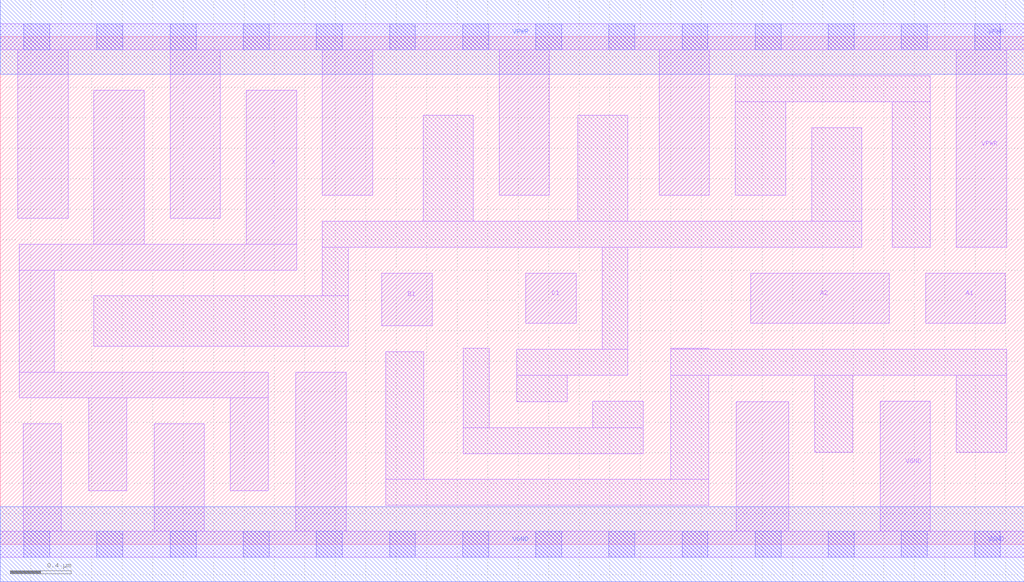
<source format=lef>
# Copyright 2020 The SkyWater PDK Authors
#
# Licensed under the Apache License, Version 2.0 (the "License");
# you may not use this file except in compliance with the License.
# You may obtain a copy of the License at
#
#     https://www.apache.org/licenses/LICENSE-2.0
#
# Unless required by applicable law or agreed to in writing, software
# distributed under the License is distributed on an "AS IS" BASIS,
# WITHOUT WARRANTIES OR CONDITIONS OF ANY KIND, either express or implied.
# See the License for the specific language governing permissions and
# limitations under the License.
#
# SPDX-License-Identifier: Apache-2.0

VERSION 5.7 ;
  NAMESCASESENSITIVE ON ;
  NOWIREEXTENSIONATPIN ON ;
  DIVIDERCHAR "/" ;
  BUSBITCHARS "[]" ;
UNITS
  DATABASE MICRONS 200 ;
END UNITS
MACRO sky130_fd_sc_ms__o211a_4
  CLASS CORE ;
  SOURCE USER ;
  FOREIGN sky130_fd_sc_ms__o211a_4 ;
  ORIGIN  0.000000  0.000000 ;
  SIZE  6.720000 BY  3.330000 ;
  SYMMETRY X Y ;
  SITE unit ;
  PIN A1
    ANTENNAGATEAREA  0.552000 ;
    DIRECTION INPUT ;
    USE SIGNAL ;
    PORT
      LAYER li1 ;
        RECT 6.075000 1.450000 6.595000 1.780000 ;
    END
  END A1
  PIN A2
    ANTENNAGATEAREA  0.552000 ;
    DIRECTION INPUT ;
    USE SIGNAL ;
    PORT
      LAYER li1 ;
        RECT 4.925000 1.450000 5.835000 1.780000 ;
    END
  END A2
  PIN B1
    ANTENNAGATEAREA  0.494400 ;
    DIRECTION INPUT ;
    USE SIGNAL ;
    PORT
      LAYER li1 ;
        RECT 2.505000 1.435000 2.835000 1.780000 ;
    END
  END B1
  PIN C1
    ANTENNAGATEAREA  0.494400 ;
    DIRECTION INPUT ;
    USE SIGNAL ;
    PORT
      LAYER li1 ;
        RECT 3.450000 1.450000 3.780000 1.780000 ;
    END
  END C1
  PIN X
    ANTENNADIFFAREA  1.019200 ;
    DIRECTION OUTPUT ;
    USE SIGNAL ;
    PORT
      LAYER li1 ;
        RECT 0.125000 0.960000 1.760000 1.130000 ;
        RECT 0.125000 1.130000 0.355000 1.800000 ;
        RECT 0.125000 1.800000 1.945000 1.970000 ;
        RECT 0.580000 0.350000 0.830000 0.960000 ;
        RECT 0.615000 1.970000 0.945000 2.980000 ;
        RECT 1.510000 0.350000 1.760000 0.960000 ;
        RECT 1.615000 1.970000 1.945000 2.980000 ;
    END
  END X
  PIN VGND
    DIRECTION INOUT ;
    USE GROUND ;
    PORT
      LAYER li1 ;
        RECT 0.000000 -0.085000 6.720000 0.085000 ;
        RECT 0.150000  0.085000 0.400000 0.790000 ;
        RECT 1.010000  0.085000 1.340000 0.790000 ;
        RECT 1.940000  0.085000 2.270000 1.130000 ;
        RECT 4.830000  0.085000 5.175000 0.935000 ;
        RECT 5.775000  0.085000 6.105000 0.940000 ;
      LAYER mcon ;
        RECT 0.155000 -0.085000 0.325000 0.085000 ;
        RECT 0.635000 -0.085000 0.805000 0.085000 ;
        RECT 1.115000 -0.085000 1.285000 0.085000 ;
        RECT 1.595000 -0.085000 1.765000 0.085000 ;
        RECT 2.075000 -0.085000 2.245000 0.085000 ;
        RECT 2.555000 -0.085000 2.725000 0.085000 ;
        RECT 3.035000 -0.085000 3.205000 0.085000 ;
        RECT 3.515000 -0.085000 3.685000 0.085000 ;
        RECT 3.995000 -0.085000 4.165000 0.085000 ;
        RECT 4.475000 -0.085000 4.645000 0.085000 ;
        RECT 4.955000 -0.085000 5.125000 0.085000 ;
        RECT 5.435000 -0.085000 5.605000 0.085000 ;
        RECT 5.915000 -0.085000 6.085000 0.085000 ;
        RECT 6.395000 -0.085000 6.565000 0.085000 ;
      LAYER met1 ;
        RECT 0.000000 -0.245000 6.720000 0.245000 ;
    END
  END VGND
  PIN VPWR
    DIRECTION INOUT ;
    USE POWER ;
    PORT
      LAYER li1 ;
        RECT 0.000000 3.245000 6.720000 3.415000 ;
        RECT 0.115000 2.140000 0.445000 3.245000 ;
        RECT 1.115000 2.140000 1.445000 3.245000 ;
        RECT 2.115000 2.290000 2.445000 3.245000 ;
        RECT 3.275000 2.290000 3.605000 3.245000 ;
        RECT 4.325000 2.290000 4.655000 3.245000 ;
        RECT 6.275000 1.950000 6.605000 3.245000 ;
      LAYER mcon ;
        RECT 0.155000 3.245000 0.325000 3.415000 ;
        RECT 0.635000 3.245000 0.805000 3.415000 ;
        RECT 1.115000 3.245000 1.285000 3.415000 ;
        RECT 1.595000 3.245000 1.765000 3.415000 ;
        RECT 2.075000 3.245000 2.245000 3.415000 ;
        RECT 2.555000 3.245000 2.725000 3.415000 ;
        RECT 3.035000 3.245000 3.205000 3.415000 ;
        RECT 3.515000 3.245000 3.685000 3.415000 ;
        RECT 3.995000 3.245000 4.165000 3.415000 ;
        RECT 4.475000 3.245000 4.645000 3.415000 ;
        RECT 4.955000 3.245000 5.125000 3.415000 ;
        RECT 5.435000 3.245000 5.605000 3.415000 ;
        RECT 5.915000 3.245000 6.085000 3.415000 ;
        RECT 6.395000 3.245000 6.565000 3.415000 ;
      LAYER met1 ;
        RECT 0.000000 3.085000 6.720000 3.575000 ;
    END
  END VPWR
  OBS
    LAYER li1 ;
      RECT 0.615000 1.300000 2.285000 1.630000 ;
      RECT 2.115000 1.630000 2.285000 1.950000 ;
      RECT 2.115000 1.950000 5.655000 2.120000 ;
      RECT 2.530000 0.255000 4.650000 0.425000 ;
      RECT 2.530000 0.425000 2.780000 1.265000 ;
      RECT 2.775000 2.120000 3.105000 2.815000 ;
      RECT 3.040000 0.595000 4.220000 0.765000 ;
      RECT 3.040000 0.765000 3.210000 1.285000 ;
      RECT 3.390000 0.935000 3.720000 1.110000 ;
      RECT 3.390000 1.110000 4.120000 1.280000 ;
      RECT 3.790000 2.120000 4.120000 2.815000 ;
      RECT 3.890000 0.765000 4.220000 0.940000 ;
      RECT 3.950000 1.280000 4.120000 1.950000 ;
      RECT 4.400000 0.425000 4.650000 1.110000 ;
      RECT 4.400000 1.110000 6.605000 1.280000 ;
      RECT 4.400000 1.280000 4.650000 1.285000 ;
      RECT 4.825000 2.290000 5.155000 2.905000 ;
      RECT 4.825000 2.905000 6.105000 3.075000 ;
      RECT 5.325000 2.120000 5.655000 2.735000 ;
      RECT 5.345000 0.605000 5.595000 1.110000 ;
      RECT 5.855000 1.950000 6.105000 2.905000 ;
      RECT 6.275000 0.605000 6.605000 1.110000 ;
  END
END sky130_fd_sc_ms__o211a_4

</source>
